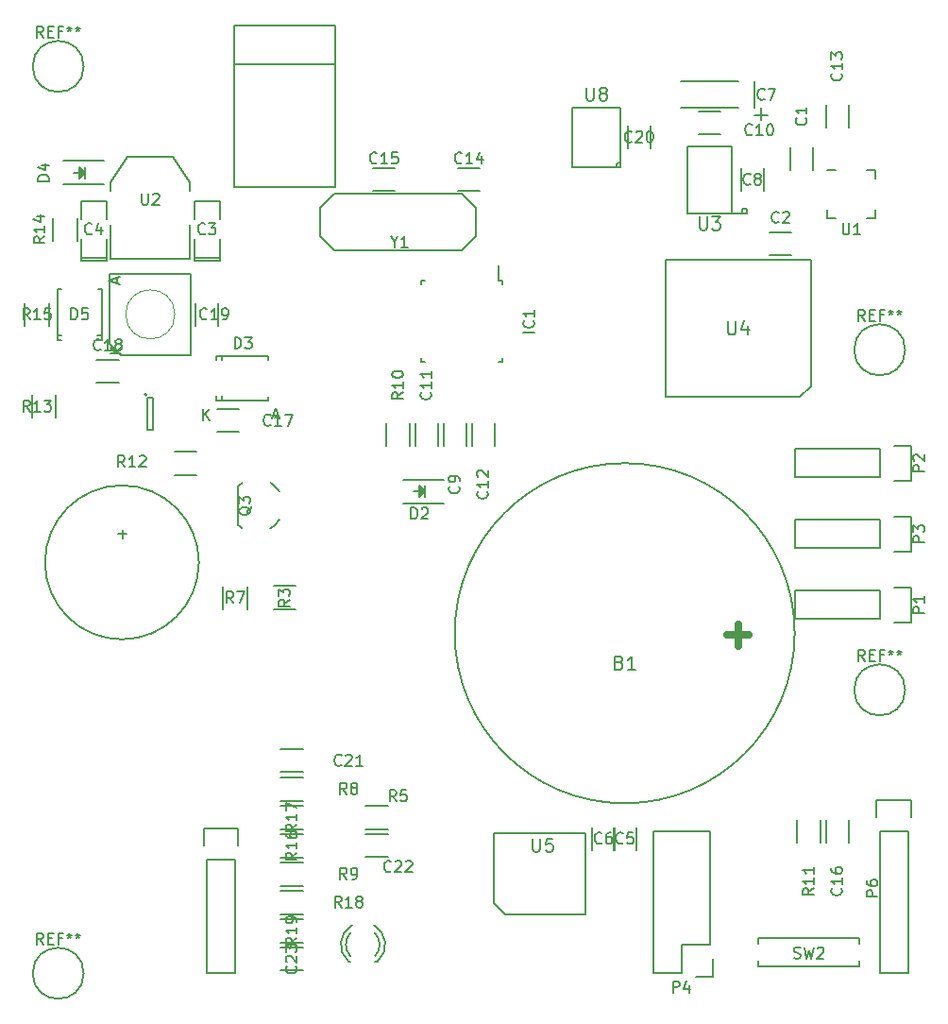
<source format=gbr>
G04 #@! TF.FileFunction,Legend,Top*
%FSLAX46Y46*%
G04 Gerber Fmt 4.6, Leading zero omitted, Abs format (unit mm)*
G04 Created by KiCad (PCBNEW 4.0.2-stable) date 5/4/2016 5:53:34 PM*
%MOMM*%
G01*
G04 APERTURE LIST*
%ADD10C,0.127000*%
%ADD11C,0.150000*%
%ADD12C,0.010000*%
%ADD13C,0.635000*%
G04 APERTURE END LIST*
D10*
D11*
X63010000Y-124480001D02*
G75*
G03X62210000Y-123680000I-2050000J-1249999D01*
G01*
X63010000Y-126979999D02*
G75*
G02X62210000Y-127780000I-2050000J1249999D01*
G01*
X59685797Y-123691274D02*
G75*
G03X59260000Y-124030000I1274203J-2038726D01*
G01*
X59685797Y-127768726D02*
G75*
G02X59260000Y-127430000I1274203J2038726D01*
G01*
X59260000Y-124030000D02*
X59260000Y-127430000D01*
X71799000Y-166569000D02*
X71599000Y-166569000D01*
X69205000Y-166569000D02*
X69385000Y-166569000D01*
X69515357Y-163341256D02*
G75*
G03X69199000Y-166569000I1003643J-1727744D01*
G01*
X69385932Y-164016994D02*
G75*
G03X69385000Y-166120000I1133068J-1052006D01*
G01*
X71825726Y-166556220D02*
G75*
G03X71479000Y-163319000I-1306726J1497220D01*
G01*
X71598253Y-166082889D02*
G75*
G03X71579000Y-164035000I-1079253J1013889D01*
G01*
X109220000Y-137160000D02*
G75*
G03X109220000Y-137160000I-15240000J0D01*
G01*
X108950000Y-101210000D02*
X106950000Y-101210000D01*
X106950000Y-103260000D02*
X108950000Y-103260000D01*
X55372000Y-103505000D02*
X55372000Y-103759000D01*
X55372000Y-103759000D02*
X57658000Y-103759000D01*
X57658000Y-103759000D02*
X57658000Y-103505000D01*
X55372000Y-103505000D02*
X57658000Y-103505000D01*
X57658000Y-103505000D02*
X57658000Y-101854000D01*
X55372000Y-100076000D02*
X55372000Y-98425000D01*
X55372000Y-98425000D02*
X57658000Y-98425000D01*
X57658000Y-98425000D02*
X57658000Y-100076000D01*
X55372000Y-101854000D02*
X55372000Y-103505000D01*
X45212000Y-103505000D02*
X45212000Y-103759000D01*
X45212000Y-103759000D02*
X47498000Y-103759000D01*
X47498000Y-103759000D02*
X47498000Y-103505000D01*
X45212000Y-103505000D02*
X47498000Y-103505000D01*
X47498000Y-103505000D02*
X47498000Y-101854000D01*
X45212000Y-100076000D02*
X45212000Y-98425000D01*
X45212000Y-98425000D02*
X47498000Y-98425000D01*
X47498000Y-98425000D02*
X47498000Y-100076000D01*
X45212000Y-101854000D02*
X45212000Y-103505000D01*
X95005000Y-156575000D02*
X95005000Y-154575000D01*
X92955000Y-154575000D02*
X92955000Y-156575000D01*
X93100000Y-156575000D02*
X93100000Y-154575000D01*
X91050000Y-154575000D02*
X91050000Y-156575000D01*
X116840000Y-133350000D02*
X109220000Y-133350000D01*
X116840000Y-135890000D02*
X109220000Y-135890000D01*
X119660000Y-136170000D02*
X118110000Y-136170000D01*
X109220000Y-133350000D02*
X109220000Y-135890000D01*
X116840000Y-135890000D02*
X116840000Y-133350000D01*
X118110000Y-133070000D02*
X119660000Y-133070000D01*
X119660000Y-133070000D02*
X119660000Y-136170000D01*
X116840000Y-120650000D02*
X109220000Y-120650000D01*
X116840000Y-123190000D02*
X109220000Y-123190000D01*
X119660000Y-123470000D02*
X118110000Y-123470000D01*
X109220000Y-120650000D02*
X109220000Y-123190000D01*
X116840000Y-123190000D02*
X116840000Y-120650000D01*
X118110000Y-120370000D02*
X119660000Y-120370000D01*
X119660000Y-120370000D02*
X119660000Y-123470000D01*
X116840000Y-127000000D02*
X109220000Y-127000000D01*
X116840000Y-129540000D02*
X109220000Y-129540000D01*
X119660000Y-129820000D02*
X118110000Y-129820000D01*
X109220000Y-127000000D02*
X109220000Y-129540000D01*
X116840000Y-129540000D02*
X116840000Y-127000000D01*
X118110000Y-126720000D02*
X119660000Y-126720000D01*
X119660000Y-126720000D02*
X119660000Y-129820000D01*
X62500000Y-132910000D02*
X64500000Y-132910000D01*
X64500000Y-135060000D02*
X62500000Y-135060000D01*
X72755000Y-154745000D02*
X70755000Y-154745000D01*
X70755000Y-152595000D02*
X72755000Y-152595000D01*
X57980000Y-134985000D02*
X57980000Y-132985000D01*
X60130000Y-132985000D02*
X60130000Y-134985000D01*
X47879000Y-100584000D02*
X47879000Y-103632000D01*
X47879000Y-103632000D02*
X54991000Y-103632000D01*
X54991000Y-103632000D02*
X54991000Y-100584000D01*
X47879000Y-97536000D02*
X47879000Y-96774000D01*
X47879000Y-96774000D02*
X49403000Y-94488000D01*
X49403000Y-94488000D02*
X53467000Y-94488000D01*
X53467000Y-94488000D02*
X54991000Y-96774000D01*
X54991000Y-96774000D02*
X54991000Y-97536000D01*
X109655000Y-116005000D02*
X110655000Y-115005000D01*
X110655000Y-115005000D02*
X110655000Y-103705000D01*
X110655000Y-103705000D02*
X97625000Y-103705000D01*
X97625000Y-103705000D02*
X97625000Y-116005000D01*
X97625000Y-116005000D02*
X109655000Y-116005000D01*
X82260000Y-161375000D02*
X83260000Y-162375000D01*
X83260000Y-162375000D02*
X90460000Y-162375000D01*
X90460000Y-162375000D02*
X90460000Y-155125000D01*
X90460000Y-155125000D02*
X82260000Y-155125000D01*
X82260000Y-155125000D02*
X82260000Y-161375000D01*
X55795000Y-130810000D02*
G75*
G03X55795000Y-130810000I-6900000J0D01*
G01*
X65135000Y-152205000D02*
X63135000Y-152205000D01*
X63135000Y-150055000D02*
X65135000Y-150055000D01*
X110880000Y-95615000D02*
X110880000Y-93615000D01*
X108830000Y-93615000D02*
X108830000Y-95615000D01*
X104200960Y-87701120D02*
X98999040Y-87701120D01*
X98999040Y-90098880D02*
X104200960Y-90098880D01*
X106199940Y-91198700D02*
X106199940Y-90098880D01*
X106799380Y-90698320D02*
X105600500Y-90698320D01*
X105595420Y-90098880D02*
X105595420Y-87701120D01*
X104385000Y-95520000D02*
X104385000Y-97520000D01*
X106435000Y-97520000D02*
X106435000Y-95520000D01*
X79765000Y-120380000D02*
X79765000Y-118380000D01*
X77715000Y-118380000D02*
X77715000Y-120380000D01*
X100600000Y-92465000D02*
X102600000Y-92465000D01*
X102600000Y-90415000D02*
X100600000Y-90415000D01*
X77225000Y-120380000D02*
X77225000Y-118380000D01*
X75175000Y-118380000D02*
X75175000Y-120380000D01*
X82305000Y-120380000D02*
X82305000Y-118380000D01*
X80255000Y-118380000D02*
X80255000Y-120380000D01*
X114055000Y-91805000D02*
X114055000Y-89805000D01*
X112005000Y-89805000D02*
X112005000Y-91805000D01*
X79010000Y-97545000D02*
X81010000Y-97545000D01*
X81010000Y-95495000D02*
X79010000Y-95495000D01*
X73390000Y-95495000D02*
X71390000Y-95495000D01*
X71390000Y-97545000D02*
X73390000Y-97545000D01*
X112005000Y-153940000D02*
X112005000Y-155940000D01*
X114055000Y-155940000D02*
X114055000Y-153940000D01*
X59420000Y-117085000D02*
X57420000Y-117085000D01*
X57420000Y-119135000D02*
X59420000Y-119135000D01*
X48625000Y-112640000D02*
X46625000Y-112640000D01*
X46625000Y-114690000D02*
X48625000Y-114690000D01*
X57540000Y-109585000D02*
X57540000Y-107585000D01*
X55490000Y-107585000D02*
X55490000Y-109585000D01*
X94225000Y-91710000D02*
X94225000Y-93710000D01*
X96275000Y-93710000D02*
X96275000Y-91710000D01*
D12*
X53635000Y-108585000D02*
G75*
G03X53635000Y-108585000I-2200000J0D01*
G01*
D11*
X47785000Y-111235000D02*
X48785000Y-112235000D01*
X48785000Y-112235000D02*
X55085000Y-112235000D01*
X55085000Y-112235000D02*
X55085000Y-104935000D01*
X55085000Y-104935000D02*
X47785000Y-104935000D01*
X47785000Y-104935000D02*
X47785000Y-111235000D01*
X72585000Y-120380000D02*
X72585000Y-118380000D01*
X74735000Y-118380000D02*
X74735000Y-120380000D01*
X111565000Y-153940000D02*
X111565000Y-155940000D01*
X109415000Y-155940000D02*
X109415000Y-153940000D01*
X53610000Y-120845000D02*
X55610000Y-120845000D01*
X55610000Y-122995000D02*
X53610000Y-122995000D01*
X40835000Y-117840000D02*
X40835000Y-115840000D01*
X42985000Y-115840000D02*
X42985000Y-117840000D01*
X44890000Y-99965000D02*
X44890000Y-101965000D01*
X42740000Y-101965000D02*
X42740000Y-99965000D01*
X40200000Y-109585000D02*
X40200000Y-107585000D01*
X42350000Y-107585000D02*
X42350000Y-109585000D01*
X116475000Y-95615000D02*
X116475000Y-96415000D01*
X112125000Y-99965000D02*
X112125000Y-99165000D01*
X116475000Y-99965000D02*
X116475000Y-99165000D01*
X112125000Y-95615000D02*
X112925000Y-95615000D01*
X112125000Y-99965000D02*
X112925000Y-99965000D01*
X116475000Y-99965000D02*
X115675000Y-99965000D01*
X116475000Y-95615000D02*
X115675000Y-95615000D01*
X103600000Y-99520000D02*
X104900000Y-99520000D01*
X104900000Y-99520000D02*
X104900000Y-99120000D01*
X104900000Y-99120000D02*
X104500000Y-99120000D01*
X104500000Y-99120000D02*
X104500000Y-99520000D01*
X99600000Y-99520000D02*
X103600000Y-99520000D01*
X103600000Y-99520000D02*
X103600000Y-93520000D01*
X103600000Y-93520000D02*
X99600000Y-93520000D01*
X99600000Y-93520000D02*
X99600000Y-99520000D01*
X51135000Y-115775000D02*
G75*
G03X51135000Y-115775000I-100000J0D01*
G01*
X51685000Y-116025000D02*
X51185000Y-116025000D01*
X51685000Y-118925000D02*
X51685000Y-116025000D01*
X51185000Y-118925000D02*
X51685000Y-118925000D01*
X51185000Y-116025000D02*
X51185000Y-118925000D01*
X93472000Y-94996000D02*
G75*
G03X93218000Y-95250000I0J-254000D01*
G01*
X89290000Y-95385000D02*
X93590000Y-95385000D01*
X93590000Y-95385000D02*
X93590000Y-90035000D01*
X93590000Y-90035000D02*
X89290000Y-90035000D01*
X89290000Y-90035000D02*
X89290000Y-95385000D01*
X77715000Y-123410000D02*
X74115000Y-123410000D01*
X77715000Y-125510000D02*
X74115000Y-125510000D01*
X75665000Y-124760000D02*
X75665000Y-124160000D01*
X75665000Y-124160000D02*
X75965000Y-124460000D01*
X75965000Y-124460000D02*
X75765000Y-124660000D01*
X75765000Y-124660000D02*
X75765000Y-124410000D01*
X75765000Y-124410000D02*
X75815000Y-124460000D01*
X76065000Y-124960000D02*
X76065000Y-123960000D01*
X75565000Y-124460000D02*
X75065000Y-124460000D01*
X76065000Y-124460000D02*
X75565000Y-124960000D01*
X75565000Y-124960000D02*
X75565000Y-123960000D01*
X75565000Y-123960000D02*
X76065000Y-124460000D01*
X47235000Y-94835000D02*
X43635000Y-94835000D01*
X47235000Y-96935000D02*
X43635000Y-96935000D01*
X45185000Y-96185000D02*
X45185000Y-95585000D01*
X45185000Y-95585000D02*
X45485000Y-95885000D01*
X45485000Y-95885000D02*
X45285000Y-96085000D01*
X45285000Y-96085000D02*
X45285000Y-95835000D01*
X45285000Y-95835000D02*
X45335000Y-95885000D01*
X45585000Y-96385000D02*
X45585000Y-95385000D01*
X45085000Y-95885000D02*
X44585000Y-95885000D01*
X45585000Y-95885000D02*
X45085000Y-96385000D01*
X45085000Y-96385000D02*
X45085000Y-95385000D01*
X45085000Y-95385000D02*
X45585000Y-95885000D01*
X83000000Y-105595000D02*
X82675000Y-105595000D01*
X83000000Y-112845000D02*
X82675000Y-112845000D01*
X75750000Y-112845000D02*
X76075000Y-112845000D01*
X75750000Y-105595000D02*
X76075000Y-105595000D01*
X83000000Y-105595000D02*
X83000000Y-105920000D01*
X75750000Y-105595000D02*
X75750000Y-105920000D01*
X75750000Y-112845000D02*
X75750000Y-112520000D01*
X83000000Y-112845000D02*
X83000000Y-112520000D01*
X82675000Y-105595000D02*
X82675000Y-104170000D01*
X105990000Y-166485000D02*
X105990000Y-166985000D01*
X105990000Y-166985000D02*
X114990000Y-166985000D01*
X114990000Y-166985000D02*
X114990000Y-166485000D01*
X114990000Y-164985000D02*
X114990000Y-164485000D01*
X114990000Y-164485000D02*
X105990000Y-164485000D01*
X105990000Y-164485000D02*
X105990000Y-164985000D01*
X80645000Y-101600000D02*
X79375000Y-102870000D01*
X67945000Y-102870000D02*
X66675000Y-101600000D01*
X66675000Y-99060000D02*
X67945000Y-97790000D01*
X80645000Y-99060000D02*
X79375000Y-97790000D01*
X79375000Y-102870000D02*
X67945000Y-102870000D01*
X80645000Y-101600000D02*
X80645000Y-99060000D01*
X79375000Y-97790000D02*
X67945000Y-97790000D01*
X66675000Y-99060000D02*
X66675000Y-101600000D01*
X119380000Y-154940000D02*
X119380000Y-167640000D01*
X119380000Y-167640000D02*
X116840000Y-167640000D01*
X116840000Y-167640000D02*
X116840000Y-154940000D01*
X119660000Y-152120000D02*
X119660000Y-153670000D01*
X119380000Y-154940000D02*
X116840000Y-154940000D01*
X116560000Y-153670000D02*
X116560000Y-152120000D01*
X116560000Y-152120000D02*
X119660000Y-152120000D01*
X63135000Y-149615000D02*
X65135000Y-149615000D01*
X65135000Y-147565000D02*
X63135000Y-147565000D01*
X72755000Y-155185000D02*
X70755000Y-155185000D01*
X70755000Y-157235000D02*
X72755000Y-157235000D01*
X63135000Y-167395000D02*
X65135000Y-167395000D01*
X65135000Y-165345000D02*
X63135000Y-165345000D01*
X65135000Y-159825000D02*
X63135000Y-159825000D01*
X63135000Y-157675000D02*
X65135000Y-157675000D01*
X65135000Y-157285000D02*
X63135000Y-157285000D01*
X63135000Y-155135000D02*
X65135000Y-155135000D01*
X65135000Y-154745000D02*
X63135000Y-154745000D01*
X63135000Y-152595000D02*
X65135000Y-152595000D01*
X65135000Y-162365000D02*
X63135000Y-162365000D01*
X63135000Y-160215000D02*
X65135000Y-160215000D01*
X65135000Y-164905000D02*
X63135000Y-164905000D01*
X63135000Y-162755000D02*
X65135000Y-162755000D01*
X56235000Y-156210000D02*
X56235000Y-154660000D01*
X56235000Y-154660000D02*
X59335000Y-154660000D01*
X59335000Y-154660000D02*
X59335000Y-156210000D01*
X59055000Y-157480000D02*
X59055000Y-167640000D01*
X59055000Y-167640000D02*
X56515000Y-167640000D01*
X56515000Y-167640000D02*
X56515000Y-157480000D01*
X59055000Y-157480000D02*
X56515000Y-157480000D01*
X68000880Y-86169500D02*
X58999120Y-86169500D01*
X68000880Y-82669380D02*
X58999120Y-82669380D01*
X58999120Y-82669380D02*
X58999120Y-97170240D01*
X58999120Y-97170240D02*
X68000880Y-97170240D01*
X68000880Y-97170240D02*
X68000880Y-82669380D01*
X57383680Y-116100000D02*
X57383680Y-115900200D01*
X57840720Y-116050000D02*
X57840720Y-115901000D01*
X61986160Y-116100000D02*
X61986160Y-115951000D01*
X57388760Y-112500000D02*
X57388760Y-112649000D01*
X57840720Y-112500000D02*
X57840720Y-112649000D01*
X61991240Y-112500000D02*
X61991240Y-112649000D01*
X57840720Y-116248980D02*
X57840720Y-116050860D01*
X57840720Y-112301020D02*
X57840720Y-112499140D01*
X61986160Y-116296440D02*
X61986160Y-116098320D01*
X57383680Y-116296440D02*
X61986160Y-116296440D01*
X57383680Y-116296440D02*
X57383680Y-116098320D01*
X57388760Y-112301020D02*
X57388760Y-112499140D01*
X57388760Y-112301020D02*
X61991240Y-112301020D01*
X61991240Y-112301020D02*
X61991240Y-112499140D01*
X46885000Y-110891320D02*
X46685200Y-110891320D01*
X46835000Y-110434280D02*
X46686000Y-110434280D01*
X46885000Y-106288840D02*
X46736000Y-106288840D01*
X43285000Y-110886240D02*
X43434000Y-110886240D01*
X43285000Y-110434280D02*
X43434000Y-110434280D01*
X43285000Y-106283760D02*
X43434000Y-106283760D01*
X47033980Y-110434280D02*
X46835860Y-110434280D01*
X43086020Y-110434280D02*
X43284140Y-110434280D01*
X47081440Y-106288840D02*
X46883320Y-106288840D01*
X47081440Y-110891320D02*
X47081440Y-106288840D01*
X47081440Y-110891320D02*
X46883320Y-110891320D01*
X43086020Y-110886240D02*
X43284140Y-110886240D01*
X43086020Y-110886240D02*
X43086020Y-106283760D01*
X43086020Y-106283760D02*
X43284140Y-106283760D01*
X96520000Y-167640000D02*
X96520000Y-154940000D01*
X96520000Y-154940000D02*
X101600000Y-154940000D01*
X101600000Y-154940000D02*
X101600000Y-165100000D01*
X96520000Y-167640000D02*
X99060000Y-167640000D01*
X100330000Y-167920000D02*
X101880000Y-167920000D01*
X99060000Y-167640000D02*
X99060000Y-165100000D01*
X99060000Y-165100000D02*
X101600000Y-165100000D01*
X101880000Y-167920000D02*
X101880000Y-166370000D01*
X45466000Y-167640000D02*
G75*
G03X45466000Y-167640000I-2286000J0D01*
G01*
X45466000Y-86360000D02*
G75*
G03X45466000Y-86360000I-2286000J0D01*
G01*
X119126000Y-142240000D02*
G75*
G03X119126000Y-142240000I-2286000J0D01*
G01*
X119126000Y-111760000D02*
G75*
G03X119126000Y-111760000I-2286000J0D01*
G01*
X60491619Y-125825238D02*
X60444000Y-125920476D01*
X60348762Y-126015714D01*
X60205905Y-126158571D01*
X60158286Y-126253810D01*
X60158286Y-126349048D01*
X60396381Y-126301429D02*
X60348762Y-126396667D01*
X60253524Y-126491905D01*
X60063048Y-126539524D01*
X59729714Y-126539524D01*
X59539238Y-126491905D01*
X59444000Y-126396667D01*
X59396381Y-126301429D01*
X59396381Y-126110952D01*
X59444000Y-126015714D01*
X59539238Y-125920476D01*
X59729714Y-125872857D01*
X60063048Y-125872857D01*
X60253524Y-125920476D01*
X60348762Y-126015714D01*
X60396381Y-126110952D01*
X60396381Y-126301429D01*
X59396381Y-125539524D02*
X59396381Y-124920476D01*
X59777333Y-125253810D01*
X59777333Y-125110952D01*
X59824952Y-125015714D01*
X59872571Y-124968095D01*
X59967810Y-124920476D01*
X60205905Y-124920476D01*
X60301143Y-124968095D01*
X60348762Y-125015714D01*
X60396381Y-125110952D01*
X60396381Y-125396667D01*
X60348762Y-125491905D01*
X60301143Y-125539524D01*
X93494286Y-139790286D02*
X93665715Y-139847429D01*
X93722858Y-139904571D01*
X93780001Y-140018857D01*
X93780001Y-140190286D01*
X93722858Y-140304571D01*
X93665715Y-140361714D01*
X93551429Y-140418857D01*
X93094286Y-140418857D01*
X93094286Y-139218857D01*
X93494286Y-139218857D01*
X93608572Y-139276000D01*
X93665715Y-139333143D01*
X93722858Y-139447429D01*
X93722858Y-139561714D01*
X93665715Y-139676000D01*
X93608572Y-139733143D01*
X93494286Y-139790286D01*
X93094286Y-139790286D01*
X94922858Y-140418857D02*
X94237143Y-140418857D01*
X94580001Y-140418857D02*
X94580001Y-139218857D01*
X94465715Y-139390286D01*
X94351429Y-139504571D01*
X94237143Y-139561714D01*
D13*
X103172381Y-137341429D02*
X105107619Y-137341429D01*
X104140000Y-138309048D02*
X104140000Y-136373810D01*
D11*
X107783334Y-100292143D02*
X107735715Y-100339762D01*
X107592858Y-100387381D01*
X107497620Y-100387381D01*
X107354762Y-100339762D01*
X107259524Y-100244524D01*
X107211905Y-100149286D01*
X107164286Y-99958810D01*
X107164286Y-99815952D01*
X107211905Y-99625476D01*
X107259524Y-99530238D01*
X107354762Y-99435000D01*
X107497620Y-99387381D01*
X107592858Y-99387381D01*
X107735715Y-99435000D01*
X107783334Y-99482619D01*
X108164286Y-99482619D02*
X108211905Y-99435000D01*
X108307143Y-99387381D01*
X108545239Y-99387381D01*
X108640477Y-99435000D01*
X108688096Y-99482619D01*
X108735715Y-99577857D01*
X108735715Y-99673095D01*
X108688096Y-99815952D01*
X108116667Y-100387381D01*
X108735715Y-100387381D01*
X56348334Y-101322143D02*
X56300715Y-101369762D01*
X56157858Y-101417381D01*
X56062620Y-101417381D01*
X55919762Y-101369762D01*
X55824524Y-101274524D01*
X55776905Y-101179286D01*
X55729286Y-100988810D01*
X55729286Y-100845952D01*
X55776905Y-100655476D01*
X55824524Y-100560238D01*
X55919762Y-100465000D01*
X56062620Y-100417381D01*
X56157858Y-100417381D01*
X56300715Y-100465000D01*
X56348334Y-100512619D01*
X56681667Y-100417381D02*
X57300715Y-100417381D01*
X56967381Y-100798333D01*
X57110239Y-100798333D01*
X57205477Y-100845952D01*
X57253096Y-100893571D01*
X57300715Y-100988810D01*
X57300715Y-101226905D01*
X57253096Y-101322143D01*
X57205477Y-101369762D01*
X57110239Y-101417381D01*
X56824524Y-101417381D01*
X56729286Y-101369762D01*
X56681667Y-101322143D01*
X46188334Y-101322143D02*
X46140715Y-101369762D01*
X45997858Y-101417381D01*
X45902620Y-101417381D01*
X45759762Y-101369762D01*
X45664524Y-101274524D01*
X45616905Y-101179286D01*
X45569286Y-100988810D01*
X45569286Y-100845952D01*
X45616905Y-100655476D01*
X45664524Y-100560238D01*
X45759762Y-100465000D01*
X45902620Y-100417381D01*
X45997858Y-100417381D01*
X46140715Y-100465000D01*
X46188334Y-100512619D01*
X47045477Y-100750714D02*
X47045477Y-101417381D01*
X46807381Y-100369762D02*
X46569286Y-101084048D01*
X47188334Y-101084048D01*
X93813334Y-155932143D02*
X93765715Y-155979762D01*
X93622858Y-156027381D01*
X93527620Y-156027381D01*
X93384762Y-155979762D01*
X93289524Y-155884524D01*
X93241905Y-155789286D01*
X93194286Y-155598810D01*
X93194286Y-155455952D01*
X93241905Y-155265476D01*
X93289524Y-155170238D01*
X93384762Y-155075000D01*
X93527620Y-155027381D01*
X93622858Y-155027381D01*
X93765715Y-155075000D01*
X93813334Y-155122619D01*
X94718096Y-155027381D02*
X94241905Y-155027381D01*
X94194286Y-155503571D01*
X94241905Y-155455952D01*
X94337143Y-155408333D01*
X94575239Y-155408333D01*
X94670477Y-155455952D01*
X94718096Y-155503571D01*
X94765715Y-155598810D01*
X94765715Y-155836905D01*
X94718096Y-155932143D01*
X94670477Y-155979762D01*
X94575239Y-156027381D01*
X94337143Y-156027381D01*
X94241905Y-155979762D01*
X94194286Y-155932143D01*
X91908334Y-155932143D02*
X91860715Y-155979762D01*
X91717858Y-156027381D01*
X91622620Y-156027381D01*
X91479762Y-155979762D01*
X91384524Y-155884524D01*
X91336905Y-155789286D01*
X91289286Y-155598810D01*
X91289286Y-155455952D01*
X91336905Y-155265476D01*
X91384524Y-155170238D01*
X91479762Y-155075000D01*
X91622620Y-155027381D01*
X91717858Y-155027381D01*
X91860715Y-155075000D01*
X91908334Y-155122619D01*
X92765477Y-155027381D02*
X92575000Y-155027381D01*
X92479762Y-155075000D01*
X92432143Y-155122619D01*
X92336905Y-155265476D01*
X92289286Y-155455952D01*
X92289286Y-155836905D01*
X92336905Y-155932143D01*
X92384524Y-155979762D01*
X92479762Y-156027381D01*
X92670239Y-156027381D01*
X92765477Y-155979762D01*
X92813096Y-155932143D01*
X92860715Y-155836905D01*
X92860715Y-155598810D01*
X92813096Y-155503571D01*
X92765477Y-155455952D01*
X92670239Y-155408333D01*
X92479762Y-155408333D01*
X92384524Y-155455952D01*
X92336905Y-155503571D01*
X92289286Y-155598810D01*
X120848381Y-135358095D02*
X119848381Y-135358095D01*
X119848381Y-134977142D01*
X119896000Y-134881904D01*
X119943619Y-134834285D01*
X120038857Y-134786666D01*
X120181714Y-134786666D01*
X120276952Y-134834285D01*
X120324571Y-134881904D01*
X120372190Y-134977142D01*
X120372190Y-135358095D01*
X120848381Y-133834285D02*
X120848381Y-134405714D01*
X120848381Y-134120000D02*
X119848381Y-134120000D01*
X119991238Y-134215238D01*
X120086476Y-134310476D01*
X120134095Y-134405714D01*
X120848381Y-122658095D02*
X119848381Y-122658095D01*
X119848381Y-122277142D01*
X119896000Y-122181904D01*
X119943619Y-122134285D01*
X120038857Y-122086666D01*
X120181714Y-122086666D01*
X120276952Y-122134285D01*
X120324571Y-122181904D01*
X120372190Y-122277142D01*
X120372190Y-122658095D01*
X119943619Y-121705714D02*
X119896000Y-121658095D01*
X119848381Y-121562857D01*
X119848381Y-121324761D01*
X119896000Y-121229523D01*
X119943619Y-121181904D01*
X120038857Y-121134285D01*
X120134095Y-121134285D01*
X120276952Y-121181904D01*
X120848381Y-121753333D01*
X120848381Y-121134285D01*
X120848381Y-129008095D02*
X119848381Y-129008095D01*
X119848381Y-128627142D01*
X119896000Y-128531904D01*
X119943619Y-128484285D01*
X120038857Y-128436666D01*
X120181714Y-128436666D01*
X120276952Y-128484285D01*
X120324571Y-128531904D01*
X120372190Y-128627142D01*
X120372190Y-129008095D01*
X119848381Y-128103333D02*
X119848381Y-127484285D01*
X120229333Y-127817619D01*
X120229333Y-127674761D01*
X120276952Y-127579523D01*
X120324571Y-127531904D01*
X120419810Y-127484285D01*
X120657905Y-127484285D01*
X120753143Y-127531904D01*
X120800762Y-127579523D01*
X120848381Y-127674761D01*
X120848381Y-127960476D01*
X120800762Y-128055714D01*
X120753143Y-128103333D01*
X63952381Y-134151666D02*
X63476190Y-134485000D01*
X63952381Y-134723095D02*
X62952381Y-134723095D01*
X62952381Y-134342142D01*
X63000000Y-134246904D01*
X63047619Y-134199285D01*
X63142857Y-134151666D01*
X63285714Y-134151666D01*
X63380952Y-134199285D01*
X63428571Y-134246904D01*
X63476190Y-134342142D01*
X63476190Y-134723095D01*
X62952381Y-133818333D02*
X62952381Y-133199285D01*
X63333333Y-133532619D01*
X63333333Y-133389761D01*
X63380952Y-133294523D01*
X63428571Y-133246904D01*
X63523810Y-133199285D01*
X63761905Y-133199285D01*
X63857143Y-133246904D01*
X63904762Y-133294523D01*
X63952381Y-133389761D01*
X63952381Y-133675476D01*
X63904762Y-133770714D01*
X63857143Y-133818333D01*
X73493334Y-152217381D02*
X73160000Y-151741190D01*
X72921905Y-152217381D02*
X72921905Y-151217381D01*
X73302858Y-151217381D01*
X73398096Y-151265000D01*
X73445715Y-151312619D01*
X73493334Y-151407857D01*
X73493334Y-151550714D01*
X73445715Y-151645952D01*
X73398096Y-151693571D01*
X73302858Y-151741190D01*
X72921905Y-151741190D01*
X74398096Y-151217381D02*
X73921905Y-151217381D01*
X73874286Y-151693571D01*
X73921905Y-151645952D01*
X74017143Y-151598333D01*
X74255239Y-151598333D01*
X74350477Y-151645952D01*
X74398096Y-151693571D01*
X74445715Y-151788810D01*
X74445715Y-152026905D01*
X74398096Y-152122143D01*
X74350477Y-152169762D01*
X74255239Y-152217381D01*
X74017143Y-152217381D01*
X73921905Y-152169762D01*
X73874286Y-152122143D01*
X58888334Y-134437381D02*
X58555000Y-133961190D01*
X58316905Y-134437381D02*
X58316905Y-133437381D01*
X58697858Y-133437381D01*
X58793096Y-133485000D01*
X58840715Y-133532619D01*
X58888334Y-133627857D01*
X58888334Y-133770714D01*
X58840715Y-133865952D01*
X58793096Y-133913571D01*
X58697858Y-133961190D01*
X58316905Y-133961190D01*
X59221667Y-133437381D02*
X59888334Y-133437381D01*
X59459762Y-134437381D01*
X50673095Y-97750381D02*
X50673095Y-98559905D01*
X50720714Y-98655143D01*
X50768333Y-98702762D01*
X50863571Y-98750381D01*
X51054048Y-98750381D01*
X51149286Y-98702762D01*
X51196905Y-98655143D01*
X51244524Y-98559905D01*
X51244524Y-97750381D01*
X51673095Y-97845619D02*
X51720714Y-97798000D01*
X51815952Y-97750381D01*
X52054048Y-97750381D01*
X52149286Y-97798000D01*
X52196905Y-97845619D01*
X52244524Y-97940857D01*
X52244524Y-98036095D01*
X52196905Y-98178952D01*
X51625476Y-98750381D01*
X52244524Y-98750381D01*
X103225714Y-109197857D02*
X103225714Y-110169286D01*
X103282857Y-110283571D01*
X103340000Y-110340714D01*
X103454286Y-110397857D01*
X103682857Y-110397857D01*
X103797143Y-110340714D01*
X103854286Y-110283571D01*
X103911429Y-110169286D01*
X103911429Y-109197857D01*
X104997143Y-109597857D02*
X104997143Y-110397857D01*
X104711429Y-109140714D02*
X104425714Y-109997857D01*
X105168572Y-109997857D01*
X85699714Y-155552857D02*
X85699714Y-156524286D01*
X85756857Y-156638571D01*
X85814000Y-156695714D01*
X85928286Y-156752857D01*
X86156857Y-156752857D01*
X86271143Y-156695714D01*
X86328286Y-156638571D01*
X86385429Y-156524286D01*
X86385429Y-155552857D01*
X87528286Y-155552857D02*
X86956857Y-155552857D01*
X86899714Y-156124286D01*
X86956857Y-156067143D01*
X87071143Y-156010000D01*
X87356857Y-156010000D01*
X87471143Y-156067143D01*
X87528286Y-156124286D01*
X87585429Y-156238571D01*
X87585429Y-156524286D01*
X87528286Y-156638571D01*
X87471143Y-156695714D01*
X87356857Y-156752857D01*
X87071143Y-156752857D01*
X86956857Y-156695714D01*
X86899714Y-156638571D01*
X48966429Y-128650952D02*
X48966429Y-127889047D01*
X49347381Y-128269999D02*
X48585476Y-128269999D01*
X69048334Y-151582381D02*
X68715000Y-151106190D01*
X68476905Y-151582381D02*
X68476905Y-150582381D01*
X68857858Y-150582381D01*
X68953096Y-150630000D01*
X69000715Y-150677619D01*
X69048334Y-150772857D01*
X69048334Y-150915714D01*
X69000715Y-151010952D01*
X68953096Y-151058571D01*
X68857858Y-151106190D01*
X68476905Y-151106190D01*
X69619762Y-151010952D02*
X69524524Y-150963333D01*
X69476905Y-150915714D01*
X69429286Y-150820476D01*
X69429286Y-150772857D01*
X69476905Y-150677619D01*
X69524524Y-150630000D01*
X69619762Y-150582381D01*
X69810239Y-150582381D01*
X69905477Y-150630000D01*
X69953096Y-150677619D01*
X70000715Y-150772857D01*
X70000715Y-150820476D01*
X69953096Y-150915714D01*
X69905477Y-150963333D01*
X69810239Y-151010952D01*
X69619762Y-151010952D01*
X69524524Y-151058571D01*
X69476905Y-151106190D01*
X69429286Y-151201429D01*
X69429286Y-151391905D01*
X69476905Y-151487143D01*
X69524524Y-151534762D01*
X69619762Y-151582381D01*
X69810239Y-151582381D01*
X69905477Y-151534762D01*
X69953096Y-151487143D01*
X70000715Y-151391905D01*
X70000715Y-151201429D01*
X69953096Y-151106190D01*
X69905477Y-151058571D01*
X69810239Y-151010952D01*
X110212143Y-90971666D02*
X110259762Y-91019285D01*
X110307381Y-91162142D01*
X110307381Y-91257380D01*
X110259762Y-91400238D01*
X110164524Y-91495476D01*
X110069286Y-91543095D01*
X109878810Y-91590714D01*
X109735952Y-91590714D01*
X109545476Y-91543095D01*
X109450238Y-91495476D01*
X109355000Y-91400238D01*
X109307381Y-91257380D01*
X109307381Y-91162142D01*
X109355000Y-91019285D01*
X109402619Y-90971666D01*
X110307381Y-90019285D02*
X110307381Y-90590714D01*
X110307381Y-90305000D02*
X109307381Y-90305000D01*
X109450238Y-90400238D01*
X109545476Y-90495476D01*
X109593095Y-90590714D01*
X106513334Y-89257143D02*
X106465715Y-89304762D01*
X106322858Y-89352381D01*
X106227620Y-89352381D01*
X106084762Y-89304762D01*
X105989524Y-89209524D01*
X105941905Y-89114286D01*
X105894286Y-88923810D01*
X105894286Y-88780952D01*
X105941905Y-88590476D01*
X105989524Y-88495238D01*
X106084762Y-88400000D01*
X106227620Y-88352381D01*
X106322858Y-88352381D01*
X106465715Y-88400000D01*
X106513334Y-88447619D01*
X106846667Y-88352381D02*
X107513334Y-88352381D01*
X107084762Y-89352381D01*
X105818988Y-90772289D02*
X106580893Y-90772289D01*
X106199941Y-91153241D02*
X106199941Y-90391336D01*
X105243334Y-96877143D02*
X105195715Y-96924762D01*
X105052858Y-96972381D01*
X104957620Y-96972381D01*
X104814762Y-96924762D01*
X104719524Y-96829524D01*
X104671905Y-96734286D01*
X104624286Y-96543810D01*
X104624286Y-96400952D01*
X104671905Y-96210476D01*
X104719524Y-96115238D01*
X104814762Y-96020000D01*
X104957620Y-95972381D01*
X105052858Y-95972381D01*
X105195715Y-96020000D01*
X105243334Y-96067619D01*
X105814762Y-96400952D02*
X105719524Y-96353333D01*
X105671905Y-96305714D01*
X105624286Y-96210476D01*
X105624286Y-96162857D01*
X105671905Y-96067619D01*
X105719524Y-96020000D01*
X105814762Y-95972381D01*
X106005239Y-95972381D01*
X106100477Y-96020000D01*
X106148096Y-96067619D01*
X106195715Y-96162857D01*
X106195715Y-96210476D01*
X106148096Y-96305714D01*
X106100477Y-96353333D01*
X106005239Y-96400952D01*
X105814762Y-96400952D01*
X105719524Y-96448571D01*
X105671905Y-96496190D01*
X105624286Y-96591429D01*
X105624286Y-96781905D01*
X105671905Y-96877143D01*
X105719524Y-96924762D01*
X105814762Y-96972381D01*
X106005239Y-96972381D01*
X106100477Y-96924762D01*
X106148096Y-96877143D01*
X106195715Y-96781905D01*
X106195715Y-96591429D01*
X106148096Y-96496190D01*
X106100477Y-96448571D01*
X106005239Y-96400952D01*
X79097143Y-123991666D02*
X79144762Y-124039285D01*
X79192381Y-124182142D01*
X79192381Y-124277380D01*
X79144762Y-124420238D01*
X79049524Y-124515476D01*
X78954286Y-124563095D01*
X78763810Y-124610714D01*
X78620952Y-124610714D01*
X78430476Y-124563095D01*
X78335238Y-124515476D01*
X78240000Y-124420238D01*
X78192381Y-124277380D01*
X78192381Y-124182142D01*
X78240000Y-124039285D01*
X78287619Y-123991666D01*
X79192381Y-123515476D02*
X79192381Y-123325000D01*
X79144762Y-123229761D01*
X79097143Y-123182142D01*
X78954286Y-123086904D01*
X78763810Y-123039285D01*
X78382857Y-123039285D01*
X78287619Y-123086904D01*
X78240000Y-123134523D01*
X78192381Y-123229761D01*
X78192381Y-123420238D01*
X78240000Y-123515476D01*
X78287619Y-123563095D01*
X78382857Y-123610714D01*
X78620952Y-123610714D01*
X78716190Y-123563095D01*
X78763810Y-123515476D01*
X78811429Y-123420238D01*
X78811429Y-123229761D01*
X78763810Y-123134523D01*
X78716190Y-123086904D01*
X78620952Y-123039285D01*
X105402143Y-92432143D02*
X105354524Y-92479762D01*
X105211667Y-92527381D01*
X105116429Y-92527381D01*
X104973571Y-92479762D01*
X104878333Y-92384524D01*
X104830714Y-92289286D01*
X104783095Y-92098810D01*
X104783095Y-91955952D01*
X104830714Y-91765476D01*
X104878333Y-91670238D01*
X104973571Y-91575000D01*
X105116429Y-91527381D01*
X105211667Y-91527381D01*
X105354524Y-91575000D01*
X105402143Y-91622619D01*
X106354524Y-92527381D02*
X105783095Y-92527381D01*
X106068809Y-92527381D02*
X106068809Y-91527381D01*
X105973571Y-91670238D01*
X105878333Y-91765476D01*
X105783095Y-91813095D01*
X106973571Y-91527381D02*
X107068810Y-91527381D01*
X107164048Y-91575000D01*
X107211667Y-91622619D01*
X107259286Y-91717857D01*
X107306905Y-91908333D01*
X107306905Y-92146429D01*
X107259286Y-92336905D01*
X107211667Y-92432143D01*
X107164048Y-92479762D01*
X107068810Y-92527381D01*
X106973571Y-92527381D01*
X106878333Y-92479762D01*
X106830714Y-92432143D01*
X106783095Y-92336905D01*
X106735476Y-92146429D01*
X106735476Y-91908333D01*
X106783095Y-91717857D01*
X106830714Y-91622619D01*
X106878333Y-91575000D01*
X106973571Y-91527381D01*
X76557143Y-115577857D02*
X76604762Y-115625476D01*
X76652381Y-115768333D01*
X76652381Y-115863571D01*
X76604762Y-116006429D01*
X76509524Y-116101667D01*
X76414286Y-116149286D01*
X76223810Y-116196905D01*
X76080952Y-116196905D01*
X75890476Y-116149286D01*
X75795238Y-116101667D01*
X75700000Y-116006429D01*
X75652381Y-115863571D01*
X75652381Y-115768333D01*
X75700000Y-115625476D01*
X75747619Y-115577857D01*
X76652381Y-114625476D02*
X76652381Y-115196905D01*
X76652381Y-114911191D02*
X75652381Y-114911191D01*
X75795238Y-115006429D01*
X75890476Y-115101667D01*
X75938095Y-115196905D01*
X76652381Y-113673095D02*
X76652381Y-114244524D01*
X76652381Y-113958810D02*
X75652381Y-113958810D01*
X75795238Y-114054048D01*
X75890476Y-114149286D01*
X75938095Y-114244524D01*
X81637143Y-124467857D02*
X81684762Y-124515476D01*
X81732381Y-124658333D01*
X81732381Y-124753571D01*
X81684762Y-124896429D01*
X81589524Y-124991667D01*
X81494286Y-125039286D01*
X81303810Y-125086905D01*
X81160952Y-125086905D01*
X80970476Y-125039286D01*
X80875238Y-124991667D01*
X80780000Y-124896429D01*
X80732381Y-124753571D01*
X80732381Y-124658333D01*
X80780000Y-124515476D01*
X80827619Y-124467857D01*
X81732381Y-123515476D02*
X81732381Y-124086905D01*
X81732381Y-123801191D02*
X80732381Y-123801191D01*
X80875238Y-123896429D01*
X80970476Y-123991667D01*
X81018095Y-124086905D01*
X80827619Y-123134524D02*
X80780000Y-123086905D01*
X80732381Y-122991667D01*
X80732381Y-122753571D01*
X80780000Y-122658333D01*
X80827619Y-122610714D01*
X80922857Y-122563095D01*
X81018095Y-122563095D01*
X81160952Y-122610714D01*
X81732381Y-123182143D01*
X81732381Y-122563095D01*
X113387143Y-87002857D02*
X113434762Y-87050476D01*
X113482381Y-87193333D01*
X113482381Y-87288571D01*
X113434762Y-87431429D01*
X113339524Y-87526667D01*
X113244286Y-87574286D01*
X113053810Y-87621905D01*
X112910952Y-87621905D01*
X112720476Y-87574286D01*
X112625238Y-87526667D01*
X112530000Y-87431429D01*
X112482381Y-87288571D01*
X112482381Y-87193333D01*
X112530000Y-87050476D01*
X112577619Y-87002857D01*
X113482381Y-86050476D02*
X113482381Y-86621905D01*
X113482381Y-86336191D02*
X112482381Y-86336191D01*
X112625238Y-86431429D01*
X112720476Y-86526667D01*
X112768095Y-86621905D01*
X112482381Y-85717143D02*
X112482381Y-85098095D01*
X112863333Y-85431429D01*
X112863333Y-85288571D01*
X112910952Y-85193333D01*
X112958571Y-85145714D01*
X113053810Y-85098095D01*
X113291905Y-85098095D01*
X113387143Y-85145714D01*
X113434762Y-85193333D01*
X113482381Y-85288571D01*
X113482381Y-85574286D01*
X113434762Y-85669524D01*
X113387143Y-85717143D01*
X79367143Y-94972143D02*
X79319524Y-95019762D01*
X79176667Y-95067381D01*
X79081429Y-95067381D01*
X78938571Y-95019762D01*
X78843333Y-94924524D01*
X78795714Y-94829286D01*
X78748095Y-94638810D01*
X78748095Y-94495952D01*
X78795714Y-94305476D01*
X78843333Y-94210238D01*
X78938571Y-94115000D01*
X79081429Y-94067381D01*
X79176667Y-94067381D01*
X79319524Y-94115000D01*
X79367143Y-94162619D01*
X80319524Y-95067381D02*
X79748095Y-95067381D01*
X80033809Y-95067381D02*
X80033809Y-94067381D01*
X79938571Y-94210238D01*
X79843333Y-94305476D01*
X79748095Y-94353095D01*
X81176667Y-94400714D02*
X81176667Y-95067381D01*
X80938571Y-94019762D02*
X80700476Y-94734048D01*
X81319524Y-94734048D01*
X71747143Y-94972143D02*
X71699524Y-95019762D01*
X71556667Y-95067381D01*
X71461429Y-95067381D01*
X71318571Y-95019762D01*
X71223333Y-94924524D01*
X71175714Y-94829286D01*
X71128095Y-94638810D01*
X71128095Y-94495952D01*
X71175714Y-94305476D01*
X71223333Y-94210238D01*
X71318571Y-94115000D01*
X71461429Y-94067381D01*
X71556667Y-94067381D01*
X71699524Y-94115000D01*
X71747143Y-94162619D01*
X72699524Y-95067381D02*
X72128095Y-95067381D01*
X72413809Y-95067381D02*
X72413809Y-94067381D01*
X72318571Y-94210238D01*
X72223333Y-94305476D01*
X72128095Y-94353095D01*
X73604286Y-94067381D02*
X73128095Y-94067381D01*
X73080476Y-94543571D01*
X73128095Y-94495952D01*
X73223333Y-94448333D01*
X73461429Y-94448333D01*
X73556667Y-94495952D01*
X73604286Y-94543571D01*
X73651905Y-94638810D01*
X73651905Y-94876905D01*
X73604286Y-94972143D01*
X73556667Y-95019762D01*
X73461429Y-95067381D01*
X73223333Y-95067381D01*
X73128095Y-95019762D01*
X73080476Y-94972143D01*
X113387143Y-160027857D02*
X113434762Y-160075476D01*
X113482381Y-160218333D01*
X113482381Y-160313571D01*
X113434762Y-160456429D01*
X113339524Y-160551667D01*
X113244286Y-160599286D01*
X113053810Y-160646905D01*
X112910952Y-160646905D01*
X112720476Y-160599286D01*
X112625238Y-160551667D01*
X112530000Y-160456429D01*
X112482381Y-160313571D01*
X112482381Y-160218333D01*
X112530000Y-160075476D01*
X112577619Y-160027857D01*
X113482381Y-159075476D02*
X113482381Y-159646905D01*
X113482381Y-159361191D02*
X112482381Y-159361191D01*
X112625238Y-159456429D01*
X112720476Y-159551667D01*
X112768095Y-159646905D01*
X112482381Y-158218333D02*
X112482381Y-158408810D01*
X112530000Y-158504048D01*
X112577619Y-158551667D01*
X112720476Y-158646905D01*
X112910952Y-158694524D01*
X113291905Y-158694524D01*
X113387143Y-158646905D01*
X113434762Y-158599286D01*
X113482381Y-158504048D01*
X113482381Y-158313571D01*
X113434762Y-158218333D01*
X113387143Y-158170714D01*
X113291905Y-158123095D01*
X113053810Y-158123095D01*
X112958571Y-158170714D01*
X112910952Y-158218333D01*
X112863333Y-158313571D01*
X112863333Y-158504048D01*
X112910952Y-158599286D01*
X112958571Y-158646905D01*
X113053810Y-158694524D01*
X62222143Y-118467143D02*
X62174524Y-118514762D01*
X62031667Y-118562381D01*
X61936429Y-118562381D01*
X61793571Y-118514762D01*
X61698333Y-118419524D01*
X61650714Y-118324286D01*
X61603095Y-118133810D01*
X61603095Y-117990952D01*
X61650714Y-117800476D01*
X61698333Y-117705238D01*
X61793571Y-117610000D01*
X61936429Y-117562381D01*
X62031667Y-117562381D01*
X62174524Y-117610000D01*
X62222143Y-117657619D01*
X63174524Y-118562381D02*
X62603095Y-118562381D01*
X62888809Y-118562381D02*
X62888809Y-117562381D01*
X62793571Y-117705238D01*
X62698333Y-117800476D01*
X62603095Y-117848095D01*
X63507857Y-117562381D02*
X64174524Y-117562381D01*
X63745952Y-118562381D01*
X46982143Y-111722143D02*
X46934524Y-111769762D01*
X46791667Y-111817381D01*
X46696429Y-111817381D01*
X46553571Y-111769762D01*
X46458333Y-111674524D01*
X46410714Y-111579286D01*
X46363095Y-111388810D01*
X46363095Y-111245952D01*
X46410714Y-111055476D01*
X46458333Y-110960238D01*
X46553571Y-110865000D01*
X46696429Y-110817381D01*
X46791667Y-110817381D01*
X46934524Y-110865000D01*
X46982143Y-110912619D01*
X47934524Y-111817381D02*
X47363095Y-111817381D01*
X47648809Y-111817381D02*
X47648809Y-110817381D01*
X47553571Y-110960238D01*
X47458333Y-111055476D01*
X47363095Y-111103095D01*
X48505952Y-111245952D02*
X48410714Y-111198333D01*
X48363095Y-111150714D01*
X48315476Y-111055476D01*
X48315476Y-111007857D01*
X48363095Y-110912619D01*
X48410714Y-110865000D01*
X48505952Y-110817381D01*
X48696429Y-110817381D01*
X48791667Y-110865000D01*
X48839286Y-110912619D01*
X48886905Y-111007857D01*
X48886905Y-111055476D01*
X48839286Y-111150714D01*
X48791667Y-111198333D01*
X48696429Y-111245952D01*
X48505952Y-111245952D01*
X48410714Y-111293571D01*
X48363095Y-111341190D01*
X48315476Y-111436429D01*
X48315476Y-111626905D01*
X48363095Y-111722143D01*
X48410714Y-111769762D01*
X48505952Y-111817381D01*
X48696429Y-111817381D01*
X48791667Y-111769762D01*
X48839286Y-111722143D01*
X48886905Y-111626905D01*
X48886905Y-111436429D01*
X48839286Y-111341190D01*
X48791667Y-111293571D01*
X48696429Y-111245952D01*
X56507143Y-108942143D02*
X56459524Y-108989762D01*
X56316667Y-109037381D01*
X56221429Y-109037381D01*
X56078571Y-108989762D01*
X55983333Y-108894524D01*
X55935714Y-108799286D01*
X55888095Y-108608810D01*
X55888095Y-108465952D01*
X55935714Y-108275476D01*
X55983333Y-108180238D01*
X56078571Y-108085000D01*
X56221429Y-108037381D01*
X56316667Y-108037381D01*
X56459524Y-108085000D01*
X56507143Y-108132619D01*
X57459524Y-109037381D02*
X56888095Y-109037381D01*
X57173809Y-109037381D02*
X57173809Y-108037381D01*
X57078571Y-108180238D01*
X56983333Y-108275476D01*
X56888095Y-108323095D01*
X57935714Y-109037381D02*
X58126190Y-109037381D01*
X58221429Y-108989762D01*
X58269048Y-108942143D01*
X58364286Y-108799286D01*
X58411905Y-108608810D01*
X58411905Y-108227857D01*
X58364286Y-108132619D01*
X58316667Y-108085000D01*
X58221429Y-108037381D01*
X58030952Y-108037381D01*
X57935714Y-108085000D01*
X57888095Y-108132619D01*
X57840476Y-108227857D01*
X57840476Y-108465952D01*
X57888095Y-108561190D01*
X57935714Y-108608810D01*
X58030952Y-108656429D01*
X58221429Y-108656429D01*
X58316667Y-108608810D01*
X58364286Y-108561190D01*
X58411905Y-108465952D01*
X94607143Y-93067143D02*
X94559524Y-93114762D01*
X94416667Y-93162381D01*
X94321429Y-93162381D01*
X94178571Y-93114762D01*
X94083333Y-93019524D01*
X94035714Y-92924286D01*
X93988095Y-92733810D01*
X93988095Y-92590952D01*
X94035714Y-92400476D01*
X94083333Y-92305238D01*
X94178571Y-92210000D01*
X94321429Y-92162381D01*
X94416667Y-92162381D01*
X94559524Y-92210000D01*
X94607143Y-92257619D01*
X94988095Y-92257619D02*
X95035714Y-92210000D01*
X95130952Y-92162381D01*
X95369048Y-92162381D01*
X95464286Y-92210000D01*
X95511905Y-92257619D01*
X95559524Y-92352857D01*
X95559524Y-92448095D01*
X95511905Y-92590952D01*
X94940476Y-93162381D01*
X95559524Y-93162381D01*
X96178571Y-92162381D02*
X96273810Y-92162381D01*
X96369048Y-92210000D01*
X96416667Y-92257619D01*
X96464286Y-92352857D01*
X96511905Y-92543333D01*
X96511905Y-92781429D01*
X96464286Y-92971905D01*
X96416667Y-93067143D01*
X96369048Y-93114762D01*
X96273810Y-93162381D01*
X96178571Y-93162381D01*
X96083333Y-93114762D01*
X96035714Y-93067143D01*
X95988095Y-92971905D01*
X95940476Y-92781429D01*
X95940476Y-92543333D01*
X95988095Y-92352857D01*
X96035714Y-92257619D01*
X96083333Y-92210000D01*
X96178571Y-92162381D01*
X74112381Y-115577857D02*
X73636190Y-115911191D01*
X74112381Y-116149286D02*
X73112381Y-116149286D01*
X73112381Y-115768333D01*
X73160000Y-115673095D01*
X73207619Y-115625476D01*
X73302857Y-115577857D01*
X73445714Y-115577857D01*
X73540952Y-115625476D01*
X73588571Y-115673095D01*
X73636190Y-115768333D01*
X73636190Y-116149286D01*
X74112381Y-114625476D02*
X74112381Y-115196905D01*
X74112381Y-114911191D02*
X73112381Y-114911191D01*
X73255238Y-115006429D01*
X73350476Y-115101667D01*
X73398095Y-115196905D01*
X73112381Y-114006429D02*
X73112381Y-113911190D01*
X73160000Y-113815952D01*
X73207619Y-113768333D01*
X73302857Y-113720714D01*
X73493333Y-113673095D01*
X73731429Y-113673095D01*
X73921905Y-113720714D01*
X74017143Y-113768333D01*
X74064762Y-113815952D01*
X74112381Y-113911190D01*
X74112381Y-114006429D01*
X74064762Y-114101667D01*
X74017143Y-114149286D01*
X73921905Y-114196905D01*
X73731429Y-114244524D01*
X73493333Y-114244524D01*
X73302857Y-114196905D01*
X73207619Y-114149286D01*
X73160000Y-114101667D01*
X73112381Y-114006429D01*
X110942381Y-160027857D02*
X110466190Y-160361191D01*
X110942381Y-160599286D02*
X109942381Y-160599286D01*
X109942381Y-160218333D01*
X109990000Y-160123095D01*
X110037619Y-160075476D01*
X110132857Y-160027857D01*
X110275714Y-160027857D01*
X110370952Y-160075476D01*
X110418571Y-160123095D01*
X110466190Y-160218333D01*
X110466190Y-160599286D01*
X110942381Y-159075476D02*
X110942381Y-159646905D01*
X110942381Y-159361191D02*
X109942381Y-159361191D01*
X110085238Y-159456429D01*
X110180476Y-159551667D01*
X110228095Y-159646905D01*
X110942381Y-158123095D02*
X110942381Y-158694524D01*
X110942381Y-158408810D02*
X109942381Y-158408810D01*
X110085238Y-158504048D01*
X110180476Y-158599286D01*
X110228095Y-158694524D01*
X49141143Y-122245381D02*
X48807809Y-121769190D01*
X48569714Y-122245381D02*
X48569714Y-121245381D01*
X48950667Y-121245381D01*
X49045905Y-121293000D01*
X49093524Y-121340619D01*
X49141143Y-121435857D01*
X49141143Y-121578714D01*
X49093524Y-121673952D01*
X49045905Y-121721571D01*
X48950667Y-121769190D01*
X48569714Y-121769190D01*
X50093524Y-122245381D02*
X49522095Y-122245381D01*
X49807809Y-122245381D02*
X49807809Y-121245381D01*
X49712571Y-121388238D01*
X49617333Y-121483476D01*
X49522095Y-121531095D01*
X50474476Y-121340619D02*
X50522095Y-121293000D01*
X50617333Y-121245381D01*
X50855429Y-121245381D01*
X50950667Y-121293000D01*
X50998286Y-121340619D01*
X51045905Y-121435857D01*
X51045905Y-121531095D01*
X50998286Y-121673952D01*
X50426857Y-122245381D01*
X51045905Y-122245381D01*
X40632143Y-117292381D02*
X40298809Y-116816190D01*
X40060714Y-117292381D02*
X40060714Y-116292381D01*
X40441667Y-116292381D01*
X40536905Y-116340000D01*
X40584524Y-116387619D01*
X40632143Y-116482857D01*
X40632143Y-116625714D01*
X40584524Y-116720952D01*
X40536905Y-116768571D01*
X40441667Y-116816190D01*
X40060714Y-116816190D01*
X41584524Y-117292381D02*
X41013095Y-117292381D01*
X41298809Y-117292381D02*
X41298809Y-116292381D01*
X41203571Y-116435238D01*
X41108333Y-116530476D01*
X41013095Y-116578095D01*
X41917857Y-116292381D02*
X42536905Y-116292381D01*
X42203571Y-116673333D01*
X42346429Y-116673333D01*
X42441667Y-116720952D01*
X42489286Y-116768571D01*
X42536905Y-116863810D01*
X42536905Y-117101905D01*
X42489286Y-117197143D01*
X42441667Y-117244762D01*
X42346429Y-117292381D01*
X42060714Y-117292381D01*
X41965476Y-117244762D01*
X41917857Y-117197143D01*
X41967381Y-101607857D02*
X41491190Y-101941191D01*
X41967381Y-102179286D02*
X40967381Y-102179286D01*
X40967381Y-101798333D01*
X41015000Y-101703095D01*
X41062619Y-101655476D01*
X41157857Y-101607857D01*
X41300714Y-101607857D01*
X41395952Y-101655476D01*
X41443571Y-101703095D01*
X41491190Y-101798333D01*
X41491190Y-102179286D01*
X41967381Y-100655476D02*
X41967381Y-101226905D01*
X41967381Y-100941191D02*
X40967381Y-100941191D01*
X41110238Y-101036429D01*
X41205476Y-101131667D01*
X41253095Y-101226905D01*
X41300714Y-99798333D02*
X41967381Y-99798333D01*
X40919762Y-100036429D02*
X41634048Y-100274524D01*
X41634048Y-99655476D01*
X40632143Y-109037381D02*
X40298809Y-108561190D01*
X40060714Y-109037381D02*
X40060714Y-108037381D01*
X40441667Y-108037381D01*
X40536905Y-108085000D01*
X40584524Y-108132619D01*
X40632143Y-108227857D01*
X40632143Y-108370714D01*
X40584524Y-108465952D01*
X40536905Y-108513571D01*
X40441667Y-108561190D01*
X40060714Y-108561190D01*
X41584524Y-109037381D02*
X41013095Y-109037381D01*
X41298809Y-109037381D02*
X41298809Y-108037381D01*
X41203571Y-108180238D01*
X41108333Y-108275476D01*
X41013095Y-108323095D01*
X42489286Y-108037381D02*
X42013095Y-108037381D01*
X41965476Y-108513571D01*
X42013095Y-108465952D01*
X42108333Y-108418333D01*
X42346429Y-108418333D01*
X42441667Y-108465952D01*
X42489286Y-108513571D01*
X42536905Y-108608810D01*
X42536905Y-108846905D01*
X42489286Y-108942143D01*
X42441667Y-108989762D01*
X42346429Y-109037381D01*
X42108333Y-109037381D01*
X42013095Y-108989762D01*
X41965476Y-108942143D01*
X113538095Y-100417381D02*
X113538095Y-101226905D01*
X113585714Y-101322143D01*
X113633333Y-101369762D01*
X113728571Y-101417381D01*
X113919048Y-101417381D01*
X114014286Y-101369762D01*
X114061905Y-101322143D01*
X114109524Y-101226905D01*
X114109524Y-100417381D01*
X115109524Y-101417381D02*
X114538095Y-101417381D01*
X114823809Y-101417381D02*
X114823809Y-100417381D01*
X114728571Y-100560238D01*
X114633333Y-100655476D01*
X114538095Y-100703095D01*
X100685714Y-99837857D02*
X100685714Y-100809286D01*
X100742857Y-100923571D01*
X100800000Y-100980714D01*
X100914286Y-101037857D01*
X101142857Y-101037857D01*
X101257143Y-100980714D01*
X101314286Y-100923571D01*
X101371429Y-100809286D01*
X101371429Y-99837857D01*
X101828572Y-99837857D02*
X102571429Y-99837857D01*
X102171429Y-100295000D01*
X102342857Y-100295000D01*
X102457143Y-100352143D01*
X102514286Y-100409286D01*
X102571429Y-100523571D01*
X102571429Y-100809286D01*
X102514286Y-100923571D01*
X102457143Y-100980714D01*
X102342857Y-101037857D01*
X102000000Y-101037857D01*
X101885714Y-100980714D01*
X101828572Y-100923571D01*
X90525714Y-88242857D02*
X90525714Y-89214286D01*
X90582857Y-89328571D01*
X90640000Y-89385714D01*
X90754286Y-89442857D01*
X90982857Y-89442857D01*
X91097143Y-89385714D01*
X91154286Y-89328571D01*
X91211429Y-89214286D01*
X91211429Y-88242857D01*
X91954286Y-88757143D02*
X91840000Y-88700000D01*
X91782857Y-88642857D01*
X91725714Y-88528571D01*
X91725714Y-88471429D01*
X91782857Y-88357143D01*
X91840000Y-88300000D01*
X91954286Y-88242857D01*
X92182857Y-88242857D01*
X92297143Y-88300000D01*
X92354286Y-88357143D01*
X92411429Y-88471429D01*
X92411429Y-88528571D01*
X92354286Y-88642857D01*
X92297143Y-88700000D01*
X92182857Y-88757143D01*
X91954286Y-88757143D01*
X91840000Y-88814286D01*
X91782857Y-88871429D01*
X91725714Y-88985714D01*
X91725714Y-89214286D01*
X91782857Y-89328571D01*
X91840000Y-89385714D01*
X91954286Y-89442857D01*
X92182857Y-89442857D01*
X92297143Y-89385714D01*
X92354286Y-89328571D01*
X92411429Y-89214286D01*
X92411429Y-88985714D01*
X92354286Y-88871429D01*
X92297143Y-88814286D01*
X92182857Y-88757143D01*
X74826905Y-126912381D02*
X74826905Y-125912381D01*
X75065000Y-125912381D01*
X75207858Y-125960000D01*
X75303096Y-126055238D01*
X75350715Y-126150476D01*
X75398334Y-126340952D01*
X75398334Y-126483810D01*
X75350715Y-126674286D01*
X75303096Y-126769524D01*
X75207858Y-126864762D01*
X75065000Y-126912381D01*
X74826905Y-126912381D01*
X75779286Y-126007619D02*
X75826905Y-125960000D01*
X75922143Y-125912381D01*
X76160239Y-125912381D01*
X76255477Y-125960000D01*
X76303096Y-126007619D01*
X76350715Y-126102857D01*
X76350715Y-126198095D01*
X76303096Y-126340952D01*
X75731667Y-126912381D01*
X76350715Y-126912381D01*
X42362381Y-96623095D02*
X41362381Y-96623095D01*
X41362381Y-96385000D01*
X41410000Y-96242142D01*
X41505238Y-96146904D01*
X41600476Y-96099285D01*
X41790952Y-96051666D01*
X41933810Y-96051666D01*
X42124286Y-96099285D01*
X42219524Y-96146904D01*
X42314762Y-96242142D01*
X42362381Y-96385000D01*
X42362381Y-96623095D01*
X41695714Y-95194523D02*
X42362381Y-95194523D01*
X41314762Y-95432619D02*
X42029048Y-95670714D01*
X42029048Y-95051666D01*
X85877381Y-110196190D02*
X84877381Y-110196190D01*
X85782143Y-109148571D02*
X85829762Y-109196190D01*
X85877381Y-109339047D01*
X85877381Y-109434285D01*
X85829762Y-109577143D01*
X85734524Y-109672381D01*
X85639286Y-109720000D01*
X85448810Y-109767619D01*
X85305952Y-109767619D01*
X85115476Y-109720000D01*
X85020238Y-109672381D01*
X84925000Y-109577143D01*
X84877381Y-109434285D01*
X84877381Y-109339047D01*
X84925000Y-109196190D01*
X84972619Y-109148571D01*
X85877381Y-108196190D02*
X85877381Y-108767619D01*
X85877381Y-108481905D02*
X84877381Y-108481905D01*
X85020238Y-108577143D01*
X85115476Y-108672381D01*
X85163095Y-108767619D01*
X109156667Y-166266762D02*
X109299524Y-166314381D01*
X109537620Y-166314381D01*
X109632858Y-166266762D01*
X109680477Y-166219143D01*
X109728096Y-166123905D01*
X109728096Y-166028667D01*
X109680477Y-165933429D01*
X109632858Y-165885810D01*
X109537620Y-165838190D01*
X109347143Y-165790571D01*
X109251905Y-165742952D01*
X109204286Y-165695333D01*
X109156667Y-165600095D01*
X109156667Y-165504857D01*
X109204286Y-165409619D01*
X109251905Y-165362000D01*
X109347143Y-165314381D01*
X109585239Y-165314381D01*
X109728096Y-165362000D01*
X110061429Y-165314381D02*
X110299524Y-166314381D01*
X110490001Y-165600095D01*
X110680477Y-166314381D01*
X110918572Y-165314381D01*
X111251905Y-165409619D02*
X111299524Y-165362000D01*
X111394762Y-165314381D01*
X111632858Y-165314381D01*
X111728096Y-165362000D01*
X111775715Y-165409619D01*
X111823334Y-165504857D01*
X111823334Y-165600095D01*
X111775715Y-165742952D01*
X111204286Y-166314381D01*
X111823334Y-166314381D01*
X73310809Y-102084190D02*
X73310809Y-102560381D01*
X72977476Y-101560381D02*
X73310809Y-102084190D01*
X73644143Y-101560381D01*
X74501286Y-102560381D02*
X73929857Y-102560381D01*
X74215571Y-102560381D02*
X74215571Y-101560381D01*
X74120333Y-101703238D01*
X74025095Y-101798476D01*
X73929857Y-101846095D01*
X116657381Y-160758095D02*
X115657381Y-160758095D01*
X115657381Y-160377142D01*
X115705000Y-160281904D01*
X115752619Y-160234285D01*
X115847857Y-160186666D01*
X115990714Y-160186666D01*
X116085952Y-160234285D01*
X116133571Y-160281904D01*
X116181190Y-160377142D01*
X116181190Y-160758095D01*
X115657381Y-159329523D02*
X115657381Y-159520000D01*
X115705000Y-159615238D01*
X115752619Y-159662857D01*
X115895476Y-159758095D01*
X116085952Y-159805714D01*
X116466905Y-159805714D01*
X116562143Y-159758095D01*
X116609762Y-159710476D01*
X116657381Y-159615238D01*
X116657381Y-159424761D01*
X116609762Y-159329523D01*
X116562143Y-159281904D01*
X116466905Y-159234285D01*
X116228810Y-159234285D01*
X116133571Y-159281904D01*
X116085952Y-159329523D01*
X116038333Y-159424761D01*
X116038333Y-159615238D01*
X116085952Y-159710476D01*
X116133571Y-159758095D01*
X116228810Y-159805714D01*
X68572143Y-148947143D02*
X68524524Y-148994762D01*
X68381667Y-149042381D01*
X68286429Y-149042381D01*
X68143571Y-148994762D01*
X68048333Y-148899524D01*
X68000714Y-148804286D01*
X67953095Y-148613810D01*
X67953095Y-148470952D01*
X68000714Y-148280476D01*
X68048333Y-148185238D01*
X68143571Y-148090000D01*
X68286429Y-148042381D01*
X68381667Y-148042381D01*
X68524524Y-148090000D01*
X68572143Y-148137619D01*
X68953095Y-148137619D02*
X69000714Y-148090000D01*
X69095952Y-148042381D01*
X69334048Y-148042381D01*
X69429286Y-148090000D01*
X69476905Y-148137619D01*
X69524524Y-148232857D01*
X69524524Y-148328095D01*
X69476905Y-148470952D01*
X68905476Y-149042381D01*
X69524524Y-149042381D01*
X70476905Y-149042381D02*
X69905476Y-149042381D01*
X70191190Y-149042381D02*
X70191190Y-148042381D01*
X70095952Y-148185238D01*
X70000714Y-148280476D01*
X69905476Y-148328095D01*
X73017143Y-158472143D02*
X72969524Y-158519762D01*
X72826667Y-158567381D01*
X72731429Y-158567381D01*
X72588571Y-158519762D01*
X72493333Y-158424524D01*
X72445714Y-158329286D01*
X72398095Y-158138810D01*
X72398095Y-157995952D01*
X72445714Y-157805476D01*
X72493333Y-157710238D01*
X72588571Y-157615000D01*
X72731429Y-157567381D01*
X72826667Y-157567381D01*
X72969524Y-157615000D01*
X73017143Y-157662619D01*
X73398095Y-157662619D02*
X73445714Y-157615000D01*
X73540952Y-157567381D01*
X73779048Y-157567381D01*
X73874286Y-157615000D01*
X73921905Y-157662619D01*
X73969524Y-157757857D01*
X73969524Y-157853095D01*
X73921905Y-157995952D01*
X73350476Y-158567381D01*
X73969524Y-158567381D01*
X74350476Y-157662619D02*
X74398095Y-157615000D01*
X74493333Y-157567381D01*
X74731429Y-157567381D01*
X74826667Y-157615000D01*
X74874286Y-157662619D01*
X74921905Y-157757857D01*
X74921905Y-157853095D01*
X74874286Y-157995952D01*
X74302857Y-158567381D01*
X74921905Y-158567381D01*
X64492143Y-167012857D02*
X64539762Y-167060476D01*
X64587381Y-167203333D01*
X64587381Y-167298571D01*
X64539762Y-167441429D01*
X64444524Y-167536667D01*
X64349286Y-167584286D01*
X64158810Y-167631905D01*
X64015952Y-167631905D01*
X63825476Y-167584286D01*
X63730238Y-167536667D01*
X63635000Y-167441429D01*
X63587381Y-167298571D01*
X63587381Y-167203333D01*
X63635000Y-167060476D01*
X63682619Y-167012857D01*
X63682619Y-166631905D02*
X63635000Y-166584286D01*
X63587381Y-166489048D01*
X63587381Y-166250952D01*
X63635000Y-166155714D01*
X63682619Y-166108095D01*
X63777857Y-166060476D01*
X63873095Y-166060476D01*
X64015952Y-166108095D01*
X64587381Y-166679524D01*
X64587381Y-166060476D01*
X63587381Y-165727143D02*
X63587381Y-165108095D01*
X63968333Y-165441429D01*
X63968333Y-165298571D01*
X64015952Y-165203333D01*
X64063571Y-165155714D01*
X64158810Y-165108095D01*
X64396905Y-165108095D01*
X64492143Y-165155714D01*
X64539762Y-165203333D01*
X64587381Y-165298571D01*
X64587381Y-165584286D01*
X64539762Y-165679524D01*
X64492143Y-165727143D01*
X69048334Y-159202381D02*
X68715000Y-158726190D01*
X68476905Y-159202381D02*
X68476905Y-158202381D01*
X68857858Y-158202381D01*
X68953096Y-158250000D01*
X69000715Y-158297619D01*
X69048334Y-158392857D01*
X69048334Y-158535714D01*
X69000715Y-158630952D01*
X68953096Y-158678571D01*
X68857858Y-158726190D01*
X68476905Y-158726190D01*
X69524524Y-159202381D02*
X69715000Y-159202381D01*
X69810239Y-159154762D01*
X69857858Y-159107143D01*
X69953096Y-158964286D01*
X70000715Y-158773810D01*
X70000715Y-158392857D01*
X69953096Y-158297619D01*
X69905477Y-158250000D01*
X69810239Y-158202381D01*
X69619762Y-158202381D01*
X69524524Y-158250000D01*
X69476905Y-158297619D01*
X69429286Y-158392857D01*
X69429286Y-158630952D01*
X69476905Y-158726190D01*
X69524524Y-158773810D01*
X69619762Y-158821429D01*
X69810239Y-158821429D01*
X69905477Y-158773810D01*
X69953096Y-158726190D01*
X70000715Y-158630952D01*
X64587381Y-156852857D02*
X64111190Y-157186191D01*
X64587381Y-157424286D02*
X63587381Y-157424286D01*
X63587381Y-157043333D01*
X63635000Y-156948095D01*
X63682619Y-156900476D01*
X63777857Y-156852857D01*
X63920714Y-156852857D01*
X64015952Y-156900476D01*
X64063571Y-156948095D01*
X64111190Y-157043333D01*
X64111190Y-157424286D01*
X64587381Y-155900476D02*
X64587381Y-156471905D01*
X64587381Y-156186191D02*
X63587381Y-156186191D01*
X63730238Y-156281429D01*
X63825476Y-156376667D01*
X63873095Y-156471905D01*
X63587381Y-155043333D02*
X63587381Y-155233810D01*
X63635000Y-155329048D01*
X63682619Y-155376667D01*
X63825476Y-155471905D01*
X64015952Y-155519524D01*
X64396905Y-155519524D01*
X64492143Y-155471905D01*
X64539762Y-155424286D01*
X64587381Y-155329048D01*
X64587381Y-155138571D01*
X64539762Y-155043333D01*
X64492143Y-154995714D01*
X64396905Y-154948095D01*
X64158810Y-154948095D01*
X64063571Y-154995714D01*
X64015952Y-155043333D01*
X63968333Y-155138571D01*
X63968333Y-155329048D01*
X64015952Y-155424286D01*
X64063571Y-155471905D01*
X64158810Y-155519524D01*
X64587381Y-154312857D02*
X64111190Y-154646191D01*
X64587381Y-154884286D02*
X63587381Y-154884286D01*
X63587381Y-154503333D01*
X63635000Y-154408095D01*
X63682619Y-154360476D01*
X63777857Y-154312857D01*
X63920714Y-154312857D01*
X64015952Y-154360476D01*
X64063571Y-154408095D01*
X64111190Y-154503333D01*
X64111190Y-154884286D01*
X64587381Y-153360476D02*
X64587381Y-153931905D01*
X64587381Y-153646191D02*
X63587381Y-153646191D01*
X63730238Y-153741429D01*
X63825476Y-153836667D01*
X63873095Y-153931905D01*
X63587381Y-153027143D02*
X63587381Y-152360476D01*
X64587381Y-152789048D01*
X68572143Y-161742381D02*
X68238809Y-161266190D01*
X68000714Y-161742381D02*
X68000714Y-160742381D01*
X68381667Y-160742381D01*
X68476905Y-160790000D01*
X68524524Y-160837619D01*
X68572143Y-160932857D01*
X68572143Y-161075714D01*
X68524524Y-161170952D01*
X68476905Y-161218571D01*
X68381667Y-161266190D01*
X68000714Y-161266190D01*
X69524524Y-161742381D02*
X68953095Y-161742381D01*
X69238809Y-161742381D02*
X69238809Y-160742381D01*
X69143571Y-160885238D01*
X69048333Y-160980476D01*
X68953095Y-161028095D01*
X70095952Y-161170952D02*
X70000714Y-161123333D01*
X69953095Y-161075714D01*
X69905476Y-160980476D01*
X69905476Y-160932857D01*
X69953095Y-160837619D01*
X70000714Y-160790000D01*
X70095952Y-160742381D01*
X70286429Y-160742381D01*
X70381667Y-160790000D01*
X70429286Y-160837619D01*
X70476905Y-160932857D01*
X70476905Y-160980476D01*
X70429286Y-161075714D01*
X70381667Y-161123333D01*
X70286429Y-161170952D01*
X70095952Y-161170952D01*
X70000714Y-161218571D01*
X69953095Y-161266190D01*
X69905476Y-161361429D01*
X69905476Y-161551905D01*
X69953095Y-161647143D01*
X70000714Y-161694762D01*
X70095952Y-161742381D01*
X70286429Y-161742381D01*
X70381667Y-161694762D01*
X70429286Y-161647143D01*
X70476905Y-161551905D01*
X70476905Y-161361429D01*
X70429286Y-161266190D01*
X70381667Y-161218571D01*
X70286429Y-161170952D01*
X64587381Y-164472857D02*
X64111190Y-164806191D01*
X64587381Y-165044286D02*
X63587381Y-165044286D01*
X63587381Y-164663333D01*
X63635000Y-164568095D01*
X63682619Y-164520476D01*
X63777857Y-164472857D01*
X63920714Y-164472857D01*
X64015952Y-164520476D01*
X64063571Y-164568095D01*
X64111190Y-164663333D01*
X64111190Y-165044286D01*
X64587381Y-163520476D02*
X64587381Y-164091905D01*
X64587381Y-163806191D02*
X63587381Y-163806191D01*
X63730238Y-163901429D01*
X63825476Y-163996667D01*
X63873095Y-164091905D01*
X64587381Y-163044286D02*
X64587381Y-162853810D01*
X64539762Y-162758571D01*
X64492143Y-162710952D01*
X64349286Y-162615714D01*
X64158810Y-162568095D01*
X63777857Y-162568095D01*
X63682619Y-162615714D01*
X63635000Y-162663333D01*
X63587381Y-162758571D01*
X63587381Y-162949048D01*
X63635000Y-163044286D01*
X63682619Y-163091905D01*
X63777857Y-163139524D01*
X64015952Y-163139524D01*
X64111190Y-163091905D01*
X64158810Y-163044286D01*
X64206429Y-162949048D01*
X64206429Y-162758571D01*
X64158810Y-162663333D01*
X64111190Y-162615714D01*
X64015952Y-162568095D01*
X59001905Y-111652381D02*
X59001905Y-110652381D01*
X59240000Y-110652381D01*
X59382858Y-110700000D01*
X59478096Y-110795238D01*
X59525715Y-110890476D01*
X59573334Y-111080952D01*
X59573334Y-111223810D01*
X59525715Y-111414286D01*
X59478096Y-111509524D01*
X59382858Y-111604762D01*
X59240000Y-111652381D01*
X59001905Y-111652381D01*
X59906667Y-110652381D02*
X60525715Y-110652381D01*
X60192381Y-111033333D01*
X60335239Y-111033333D01*
X60430477Y-111080952D01*
X60478096Y-111128571D01*
X60525715Y-111223810D01*
X60525715Y-111461905D01*
X60478096Y-111557143D01*
X60430477Y-111604762D01*
X60335239Y-111652381D01*
X60049524Y-111652381D01*
X59954286Y-111604762D01*
X59906667Y-111557143D01*
X56178095Y-118052381D02*
X56178095Y-117052381D01*
X56749524Y-118052381D02*
X56320952Y-117480952D01*
X56749524Y-117052381D02*
X56178095Y-117623810D01*
X62451905Y-117666667D02*
X62928096Y-117666667D01*
X62356667Y-117952381D02*
X62690000Y-116952381D01*
X63023334Y-117952381D01*
X44346905Y-109037381D02*
X44346905Y-108037381D01*
X44585000Y-108037381D01*
X44727858Y-108085000D01*
X44823096Y-108180238D01*
X44870715Y-108275476D01*
X44918334Y-108465952D01*
X44918334Y-108608810D01*
X44870715Y-108799286D01*
X44823096Y-108894524D01*
X44727858Y-108989762D01*
X44585000Y-109037381D01*
X44346905Y-109037381D01*
X45823096Y-108037381D02*
X45346905Y-108037381D01*
X45299286Y-108513571D01*
X45346905Y-108465952D01*
X45442143Y-108418333D01*
X45680239Y-108418333D01*
X45775477Y-108465952D01*
X45823096Y-108513571D01*
X45870715Y-108608810D01*
X45870715Y-108846905D01*
X45823096Y-108942143D01*
X45775477Y-108989762D01*
X45680239Y-109037381D01*
X45442143Y-109037381D01*
X45346905Y-108989762D01*
X45299286Y-108942143D01*
X48837381Y-112096905D02*
X47837381Y-112096905D01*
X48837381Y-111525476D02*
X48265952Y-111954048D01*
X47837381Y-111525476D02*
X48408810Y-112096905D01*
X48451667Y-105823095D02*
X48451667Y-105346904D01*
X48737381Y-105918333D02*
X47737381Y-105585000D01*
X48737381Y-105251666D01*
X98321905Y-169362381D02*
X98321905Y-168362381D01*
X98702858Y-168362381D01*
X98798096Y-168410000D01*
X98845715Y-168457619D01*
X98893334Y-168552857D01*
X98893334Y-168695714D01*
X98845715Y-168790952D01*
X98798096Y-168838571D01*
X98702858Y-168886190D01*
X98321905Y-168886190D01*
X99750477Y-168695714D02*
X99750477Y-169362381D01*
X99512381Y-168314762D02*
X99274286Y-169029048D01*
X99893334Y-169029048D01*
X41846667Y-165044381D02*
X41513333Y-164568190D01*
X41275238Y-165044381D02*
X41275238Y-164044381D01*
X41656191Y-164044381D01*
X41751429Y-164092000D01*
X41799048Y-164139619D01*
X41846667Y-164234857D01*
X41846667Y-164377714D01*
X41799048Y-164472952D01*
X41751429Y-164520571D01*
X41656191Y-164568190D01*
X41275238Y-164568190D01*
X42275238Y-164520571D02*
X42608572Y-164520571D01*
X42751429Y-165044381D02*
X42275238Y-165044381D01*
X42275238Y-164044381D01*
X42751429Y-164044381D01*
X43513334Y-164520571D02*
X43180000Y-164520571D01*
X43180000Y-165044381D02*
X43180000Y-164044381D01*
X43656191Y-164044381D01*
X44180000Y-164044381D02*
X44180000Y-164282476D01*
X43941905Y-164187238D02*
X44180000Y-164282476D01*
X44418096Y-164187238D01*
X44037143Y-164472952D02*
X44180000Y-164282476D01*
X44322858Y-164472952D01*
X44941905Y-164044381D02*
X44941905Y-164282476D01*
X44703810Y-164187238D02*
X44941905Y-164282476D01*
X45180001Y-164187238D01*
X44799048Y-164472952D02*
X44941905Y-164282476D01*
X45084763Y-164472952D01*
X41846667Y-83764381D02*
X41513333Y-83288190D01*
X41275238Y-83764381D02*
X41275238Y-82764381D01*
X41656191Y-82764381D01*
X41751429Y-82812000D01*
X41799048Y-82859619D01*
X41846667Y-82954857D01*
X41846667Y-83097714D01*
X41799048Y-83192952D01*
X41751429Y-83240571D01*
X41656191Y-83288190D01*
X41275238Y-83288190D01*
X42275238Y-83240571D02*
X42608572Y-83240571D01*
X42751429Y-83764381D02*
X42275238Y-83764381D01*
X42275238Y-82764381D01*
X42751429Y-82764381D01*
X43513334Y-83240571D02*
X43180000Y-83240571D01*
X43180000Y-83764381D02*
X43180000Y-82764381D01*
X43656191Y-82764381D01*
X44180000Y-82764381D02*
X44180000Y-83002476D01*
X43941905Y-82907238D02*
X44180000Y-83002476D01*
X44418096Y-82907238D01*
X44037143Y-83192952D02*
X44180000Y-83002476D01*
X44322858Y-83192952D01*
X44941905Y-82764381D02*
X44941905Y-83002476D01*
X44703810Y-82907238D02*
X44941905Y-83002476D01*
X45180001Y-82907238D01*
X44799048Y-83192952D02*
X44941905Y-83002476D01*
X45084763Y-83192952D01*
X115506667Y-139644381D02*
X115173333Y-139168190D01*
X114935238Y-139644381D02*
X114935238Y-138644381D01*
X115316191Y-138644381D01*
X115411429Y-138692000D01*
X115459048Y-138739619D01*
X115506667Y-138834857D01*
X115506667Y-138977714D01*
X115459048Y-139072952D01*
X115411429Y-139120571D01*
X115316191Y-139168190D01*
X114935238Y-139168190D01*
X115935238Y-139120571D02*
X116268572Y-139120571D01*
X116411429Y-139644381D02*
X115935238Y-139644381D01*
X115935238Y-138644381D01*
X116411429Y-138644381D01*
X117173334Y-139120571D02*
X116840000Y-139120571D01*
X116840000Y-139644381D02*
X116840000Y-138644381D01*
X117316191Y-138644381D01*
X117840000Y-138644381D02*
X117840000Y-138882476D01*
X117601905Y-138787238D02*
X117840000Y-138882476D01*
X118078096Y-138787238D01*
X117697143Y-139072952D02*
X117840000Y-138882476D01*
X117982858Y-139072952D01*
X118601905Y-138644381D02*
X118601905Y-138882476D01*
X118363810Y-138787238D02*
X118601905Y-138882476D01*
X118840001Y-138787238D01*
X118459048Y-139072952D02*
X118601905Y-138882476D01*
X118744763Y-139072952D01*
X115506667Y-109164381D02*
X115173333Y-108688190D01*
X114935238Y-109164381D02*
X114935238Y-108164381D01*
X115316191Y-108164381D01*
X115411429Y-108212000D01*
X115459048Y-108259619D01*
X115506667Y-108354857D01*
X115506667Y-108497714D01*
X115459048Y-108592952D01*
X115411429Y-108640571D01*
X115316191Y-108688190D01*
X114935238Y-108688190D01*
X115935238Y-108640571D02*
X116268572Y-108640571D01*
X116411429Y-109164381D02*
X115935238Y-109164381D01*
X115935238Y-108164381D01*
X116411429Y-108164381D01*
X117173334Y-108640571D02*
X116840000Y-108640571D01*
X116840000Y-109164381D02*
X116840000Y-108164381D01*
X117316191Y-108164381D01*
X117840000Y-108164381D02*
X117840000Y-108402476D01*
X117601905Y-108307238D02*
X117840000Y-108402476D01*
X118078096Y-108307238D01*
X117697143Y-108592952D02*
X117840000Y-108402476D01*
X117982858Y-108592952D01*
X118601905Y-108164381D02*
X118601905Y-108402476D01*
X118363810Y-108307238D02*
X118601905Y-108402476D01*
X118840001Y-108307238D01*
X118459048Y-108592952D02*
X118601905Y-108402476D01*
X118744763Y-108592952D01*
M02*

</source>
